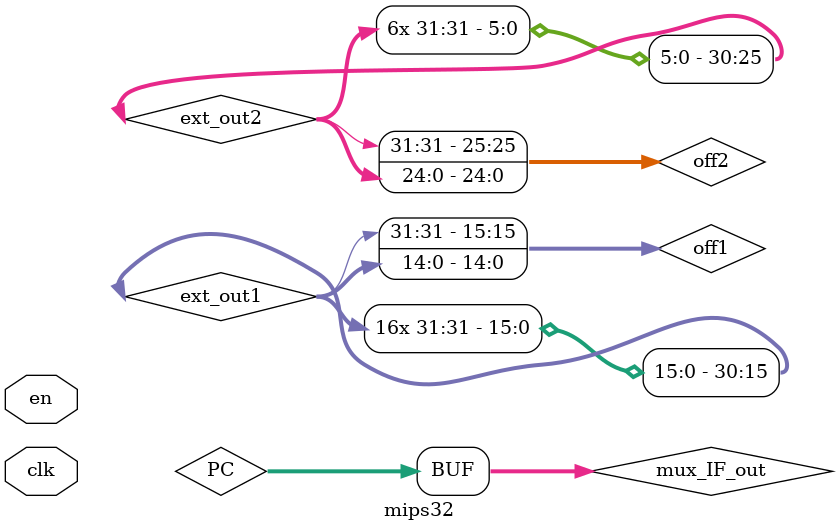
<source format=v>
`include "mux.v"
`include "Registor_Bank.v"


module mips32(clk,en);
   input clk,en ;   // not using enable at this point of time
   
   reg [31:0] Mem_C[31:0]; //code memory    
 //  reg [31:0] Reg[31:0];   // 32 GPRs as per mips32 architecture 

   reg [31:0] Mem_D[31:0]; //Data memory (as same memory can't be used due to pipeline limitaions
   reg  [31:0] PC=0;          //special purpose registor < program counter > 


   reg [31:0] IF_ID_IR,IF_ID_NPC;  //pipeline 1st stage registors

   //-----------------------------------------------IF-------------------
   wire [31:0] mux_IF_out ; /* wire is mandatory, can't use registor of 2nd stage directly here <output of inner module can't be registor <verilog port limitations */

reg EX_MEM_Cond ; //error solution
reg [31:0]EX_MEM_AluOut ;
   mux_32_2_1 mux_IF(mux_IF_out,EX_MEM_Cond,EX_MEM_AluOut,PC+1); //32 2x1Mux for NPC
   always@(mux_IF_out)
     PC=mux_IF_out;     //combinational circuit linkage   

wire [31:0]IF_ID_IR_w ;
assign IF_ID_IR_w = Mem_C[PC];

   always@(posedge clk)       begin      //1st stage functi
	IF_ID_NPC <= mux_IF_out;
	IF_ID_IR  <= IF_ID_IR_w;
     end

   //-----------------ID----------------
   reg [4:0]rs,rt,rd;             // registor bank addresses 
   wire [31:0] rs_out,rt_out;     // registor bank data
   reg [31:0]rd_in ;
   reg [15:0] off1 ;              // offset data R-M ,R-I,conditional loop
   reg [25:0] off2;               // offset data unconditional loop 
   wire [31:0] ext_out1;          // after sign extension
   wire [31:0] ext_out2;
   wire [31:0] ext_out;          // final used per instruction 

   reg [31:0]  ID_EX_NPC,ID_EX_A,ID_EX_B,ID_EX_Imm,ID_EX_IR; //pipeline 2nd stage registors
   


   

  
   
//selecting credentials for registor bank according to planned instructions
   ///////////check if else ////////////
/*    
   case(IF_ID_IR[31:26])
   
   //case(opcode)
     6'b000000 :assign tempo=0 ;
     
     6'b010000 : assign  off2=IF_ID_IR[25:0];
     default   : begin
	assign 	rs=IF_ID_IR[25:21];
	assign	rt=IF_ID_IR[20:16];
     end
   endcase // case (IF_ID_IR[31:26])
*/
always@(IF_ID_IR) begin
   if(IF_ID_IR_w[31:26]==6'b010000)
      off2=IF_ID_IR[25:0] ;
   else begin
	 	rs=IF_ID_IR[25:21];
		rt=IF_ID_IR[20:16];
   end
   
end


reg [31:0]MEM_WB_IR;        // to avoid error of declaration after use
wire [31:0]mux_WB_out ;   // to avoid error of declaration after use

always@(IF_ID_IR) begin
   //case(4'b0000)
   case(IF_ID_IR[31:28])
     4'b0000 : begin
   //IF_ID_IR[31:28] : begin
	 rd=MEM_WB_IR[15:11] ;
	 rd_in=mux_WB_out ;
     end
   endcase // case (IF_ID_IR[31:28])
end

always@(IF_ID_IR) begin
   case(IF_ID_IR[31:29])
     3'b001 :  off1= IF_ID_IR[15:0];
   endcase // case (IF_ID_IR[31:29])
end
   
   
   
//

   

//Registor Bank functioning
   
   Registor_Bank R1(rs,rs_out,rt,rt_out,rd,rd_in);    // 2 read 1 write registor bank
//
   

//2  sign extension code here 
   
   assign ext_out1={{16{off1[15]}},off1} ; // please check syntax 
  assign  ext_out2={{6{off2[25]}},off2} ;
   
//  
   
mux_32_2_1 mux_ID(ext_out,IF_ID_IR[30],ext_out1,ext_out2); //extension selection


//ID instruction decode finishing

   always@(posedge clk)
     begin
	ID_EX_NPC<=IF_ID_NPC;
	ID_EX_IR <= IF_ID_IR ;
	ID_EX_A <= rs_out ;
	ID_EX_B <= rt_out ;
	ID_EX_Imm <= ext_out ;
     end
//

   

//------------------------------------EX------------------------------------
   
//setup mux_EX1 and mux_EX2 according to instructions
wire ctrl1,ctrl2 ;
wire [31:0]mux_EX_out1 ;
wire [31:0] mux_EX_out2 ;
   
assign    ctrl1= ~(ID_EX_IR[30])+(ID_EX_IR[26]~^ID_EX_IR[27])+(~(ID_EX_IR[28]&ID_EX_IR[29]))    ;
assign    ctrl2=   ID_EX_IR[31]+ID_EX_IR[30]+ID_EX_IR[29];
   
   
   mux_32_2_1 mux_EX1(mux_EX_out1,ctrl1,ID_EX_NPC,ID_EX_A);
   mux_32_2_1 mux_EX2(mux_EX_out2,ctrl2,ID_EX_B,ID_EX_Imm);
   

//     

// pipeline 3rd stage registors
  // reg [31:0] EX_MEM_AluOut; 
   reg [31:0]EX_MEM_B,EX_MEM_IR ;
   //reg EX_MEM_Cond ;
   
//


// jump conditions setup   
   wire ctrlC,EX_MEM_Cond_w;                        
   assign    ctrlC= (|ID_EX_A)^(ID_EX_IR[26]);
   
 
   mux_2_1 mux_cond(EX_MEM_Cond_w,ctrlC,1'b1,1'b0); // can't use EX_MEM_Cond directly 'oops'
//    


// setup ALU
   wire [31:0] EX_MEM_AluOut_w;
   
always@(ID_EX_IR)   
   case(ID_EX_IR[31:26])
     6'b001000 :  EX_MEM_AluOut = mux_EX_out1 + mux_EX_out2 ;
     
     6'b001001:  EX_MEM_AluOut = mux_EX_out1 + mux_EX_out2 ;
     
     6'b000000:  EX_MEM_AluOut = mux_EX_out1 + mux_EX_out2 ;
     6'b000001:  EX_MEM_AluOut = mux_EX_out1 - mux_EX_out2 ;
     6'b000010:  EX_MEM_AluOut= mux_EX_out1 & mux_EX_out2 ;
     6'b000011:  EX_MEM_AluOut= mux_EX_out1 * mux_EX_out2 ;
     6'b000100: EX_MEM_AluOut= (mux_EX_out1 < mux_EX_out2) ? 1 : 0 ;
 
     6'b001010: EX_MEM_AluOut= mux_EX_out1 + mux_EX_out2 ;
     6'b001011: EX_MEM_AluOut= mux_EX_out1 - mux_EX_out2 ;
     6'b001100: EX_MEM_AluOut= (mux_EX_out1 < mux_EX_out2) ? 1 : 0 ;

     6'b001110: EX_MEM_AluOut= mux_EX_out1 + mux_EX_out2 ;
     6'b001101: EX_MEM_AluOut= mux_EX_out1 + mux_EX_out2 ;
     6'b010000: EX_MEM_AluOut= mux_EX_out1 + mux_EX_out2 ;
   endcase // case (ID_EX_IR[31:26])
   
   
//   

//stage 3 main functioning
always@(posedge clk)
  begin
     EX_MEM_Cond <= EX_MEM_Cond_w ;
     EX_MEM_AluOut <= EX_MEM_AluOut_w;
     EX_MEM_B <= ID_EX_B;
     EX_MEM_IR <= ID_EX_IR;
  end
   
//




//-------------------````````````--------MEM--------`````````--------------   

 //  reg [31:0]MEM_WB_IR;  // already declared
   reg [31:0]MEM_WB_LMD,MEM_WB_AluOut ;
always@(EX_MEM_IR) begin
case(EX_MEM_IR[31:26])
  6'b001000 :  MEM_WB_LMD <= Mem_D[EX_MEM_AluOut] ;
 
    6'b001001 :  Mem_D[EX_MEM_AluOut] <= EX_MEM_B ;
endcase
end

always@(posedge clk)
begin
   MEM_WB_AluOut <= EX_MEM_AluOut ;
   MEM_WB_IR     <= EX_MEM_IR ;
end



//---------------------````````````````````WB'''''''''''''---------------

   // wire [31:0]mux_WB_out ; already declared
   wire       ctrlWB ;
   assign ctrlWB= (~MEM_WB_IR[31])&(~MEM_WB_IR[30])&(MEM_WB_IR[29])&(~MEM_WB_IR[28])&(~MEM_WB_IR[27])&(~MEM_WB_IR[26]) ;
   
   mux_32_2_1 mux_WB(mux_WB_out,ctrlWB,MEM_WB_AluOut,MEM_WB_LMD);

endmodule // mips32




   

</source>
